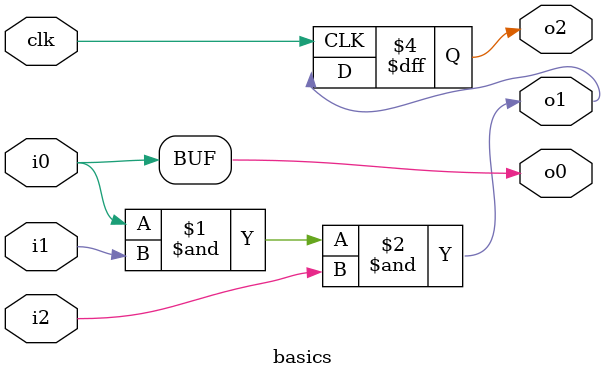
<source format=v>
module basics(
  input clk, 
  input i0, i1, i2, 
  output o0, o1, 
  output reg o2);

  assign o0 = i0;           // wire
  assign o1 = i0 & i1 & i2; // combinational
  always@(posedge clk)
    o2 = o1;                // sequential (reg)
endmodule

</source>
